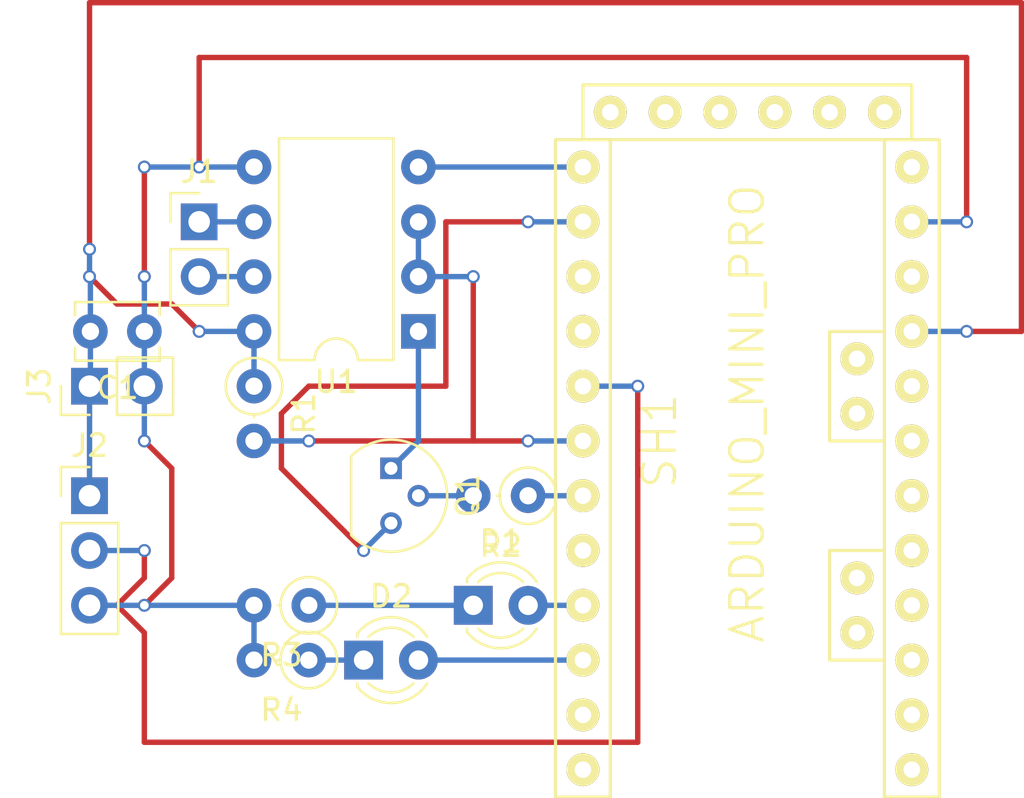
<source format=kicad_pcb>
(kicad_pcb (version 4) (host pcbnew 4.0.7)

  (general
    (links 26)
    (no_connects 0)
    (area 0 0 0 0)
    (thickness 1.6)
    (drawings 0)
    (tracks 83)
    (zones 0)
    (modules 13)
    (nets 16)
  )

  (page A4)
  (layers
    (0 F.Cu signal)
    (31 B.Cu signal)
    (32 B.Adhes user)
    (33 F.Adhes user)
    (34 B.Paste user)
    (35 F.Paste user)
    (36 B.SilkS user)
    (37 F.SilkS user)
    (38 B.Mask user)
    (39 F.Mask user)
    (40 Dwgs.User user)
    (41 Cmts.User user)
    (42 Eco1.User user)
    (43 Eco2.User user)
    (44 Edge.Cuts user)
    (45 Margin user)
    (46 B.CrtYd user)
    (47 F.CrtYd user)
    (48 B.Fab user)
    (49 F.Fab user)
  )

  (setup
    (last_trace_width 0.25)
    (trace_clearance 0.2)
    (zone_clearance 0.508)
    (zone_45_only no)
    (trace_min 0.2)
    (segment_width 0.2)
    (edge_width 0.15)
    (via_size 0.6)
    (via_drill 0.4)
    (via_min_size 0.4)
    (via_min_drill 0.3)
    (uvia_size 0.3)
    (uvia_drill 0.1)
    (uvias_allowed no)
    (uvia_min_size 0.2)
    (uvia_min_drill 0.1)
    (pcb_text_width 0.3)
    (pcb_text_size 1.5 1.5)
    (mod_edge_width 0.15)
    (mod_text_size 1 1)
    (mod_text_width 0.15)
    (pad_size 1.524 1.524)
    (pad_drill 0.762)
    (pad_to_mask_clearance 0.2)
    (aux_axis_origin 0 0)
    (visible_elements 7FFFFFFF)
    (pcbplotparams
      (layerselection 0x00030_80000001)
      (usegerberextensions false)
      (excludeedgelayer true)
      (linewidth 0.100000)
      (plotframeref false)
      (viasonmask false)
      (mode 1)
      (useauxorigin false)
      (hpglpennumber 1)
      (hpglpenspeed 20)
      (hpglpendiameter 15)
      (hpglpenoverlay 2)
      (psnegative false)
      (psa4output false)
      (plotreference true)
      (plotvalue true)
      (plotinvisibletext false)
      (padsonsilk false)
      (subtractmaskfromsilk false)
      (outputformat 1)
      (mirror false)
      (drillshape 1)
      (scaleselection 1)
      (outputdirectory ""))
  )

  (net 0 "")
  (net 1 GND)
  (net 2 +5V)
  (net 3 "Net-(D1-Pad1)")
  (net 4 "Net-(D1-Pad2)")
  (net 5 "Net-(D2-Pad1)")
  (net 6 "Net-(D2-Pad2)")
  (net 7 "Net-(J1-Pad1)")
  (net 8 "Net-(J1-Pad2)")
  (net 9 /RFData)
  (net 10 "Net-(Q1-Pad2)")
  (net 11 /ArduinoRX)
  (net 12 "Net-(R1-Pad2)")
  (net 13 "Net-(SH1-PadTX/2)")
  (net 14 "Net-(Q1-Pad1)")
  (net 15 "Net-(R2-Pad1)")

  (net_class Default "This is the default net class."
    (clearance 0.2)
    (trace_width 0.25)
    (via_dia 0.6)
    (via_drill 0.4)
    (uvia_dia 0.3)
    (uvia_drill 0.1)
    (add_net +5V)
    (add_net /ArduinoRX)
    (add_net /RFData)
    (add_net GND)
    (add_net "Net-(D1-Pad1)")
    (add_net "Net-(D1-Pad2)")
    (add_net "Net-(D2-Pad1)")
    (add_net "Net-(D2-Pad2)")
    (add_net "Net-(J1-Pad1)")
    (add_net "Net-(J1-Pad2)")
    (add_net "Net-(Q1-Pad1)")
    (add_net "Net-(Q1-Pad2)")
    (add_net "Net-(R1-Pad2)")
    (add_net "Net-(R2-Pad1)")
    (add_net "Net-(SH1-PadTX/2)")
  )

  (module Capacitors_THT:C_Disc_D3.8mm_W2.6mm_P2.50mm (layer F.Cu) (tedit 597BC7C2) (tstamp 59F9A5F6)
    (at 147.32 78.74 180)
    (descr "C, Disc series, Radial, pin pitch=2.50mm, , diameter*width=3.8*2.6mm^2, Capacitor, http://www.vishay.com/docs/45233/krseries.pdf")
    (tags "C Disc series Radial pin pitch 2.50mm  diameter 3.8mm width 2.6mm Capacitor")
    (path /59F99E78)
    (fp_text reference C1 (at 1.25 -2.61 180) (layer F.SilkS)
      (effects (font (size 1 1) (thickness 0.15)))
    )
    (fp_text value 0.1uF (at 1.25 2.61 180) (layer F.Fab)
      (effects (font (size 1 1) (thickness 0.15)))
    )
    (fp_line (start -0.65 -1.3) (end -0.65 1.3) (layer F.Fab) (width 0.1))
    (fp_line (start -0.65 1.3) (end 3.15 1.3) (layer F.Fab) (width 0.1))
    (fp_line (start 3.15 1.3) (end 3.15 -1.3) (layer F.Fab) (width 0.1))
    (fp_line (start 3.15 -1.3) (end -0.65 -1.3) (layer F.Fab) (width 0.1))
    (fp_line (start -0.71 -1.36) (end 3.21 -1.36) (layer F.SilkS) (width 0.12))
    (fp_line (start -0.71 1.36) (end 3.21 1.36) (layer F.SilkS) (width 0.12))
    (fp_line (start -0.71 -1.36) (end -0.71 -0.75) (layer F.SilkS) (width 0.12))
    (fp_line (start -0.71 0.75) (end -0.71 1.36) (layer F.SilkS) (width 0.12))
    (fp_line (start 3.21 -1.36) (end 3.21 -0.75) (layer F.SilkS) (width 0.12))
    (fp_line (start 3.21 0.75) (end 3.21 1.36) (layer F.SilkS) (width 0.12))
    (fp_line (start -1.05 -1.65) (end -1.05 1.65) (layer F.CrtYd) (width 0.05))
    (fp_line (start -1.05 1.65) (end 3.55 1.65) (layer F.CrtYd) (width 0.05))
    (fp_line (start 3.55 1.65) (end 3.55 -1.65) (layer F.CrtYd) (width 0.05))
    (fp_line (start 3.55 -1.65) (end -1.05 -1.65) (layer F.CrtYd) (width 0.05))
    (fp_text user %R (at 1.25 0 180) (layer F.Fab)
      (effects (font (size 1 1) (thickness 0.15)))
    )
    (pad 1 thru_hole circle (at 0 0 180) (size 1.6 1.6) (drill 0.8) (layers *.Cu *.Mask)
      (net 1 GND))
    (pad 2 thru_hole circle (at 2.5 0 180) (size 1.6 1.6) (drill 0.8) (layers *.Cu *.Mask)
      (net 2 +5V))
    (model ${KISYS3DMOD}/Capacitors_THT.3dshapes/C_Disc_D3.8mm_W2.6mm_P2.50mm.wrl
      (at (xyz 0 0 0))
      (scale (xyz 1 1 1))
      (rotate (xyz 0 0 0))
    )
  )

  (module LEDs:LED_D3.0mm (layer F.Cu) (tedit 587A3A7B) (tstamp 59F9A5FC)
    (at 162.56 91.44)
    (descr "LED, diameter 3.0mm, 2 pins")
    (tags "LED diameter 3.0mm 2 pins")
    (path /59F9A323)
    (fp_text reference D1 (at 1.27 -2.96) (layer F.SilkS)
      (effects (font (size 1 1) (thickness 0.15)))
    )
    (fp_text value LED (at 1.27 2.96) (layer F.Fab)
      (effects (font (size 1 1) (thickness 0.15)))
    )
    (fp_arc (start 1.27 0) (end -0.23 -1.16619) (angle 284.3) (layer F.Fab) (width 0.1))
    (fp_arc (start 1.27 0) (end -0.29 -1.235516) (angle 108.8) (layer F.SilkS) (width 0.12))
    (fp_arc (start 1.27 0) (end -0.29 1.235516) (angle -108.8) (layer F.SilkS) (width 0.12))
    (fp_arc (start 1.27 0) (end 0.229039 -1.08) (angle 87.9) (layer F.SilkS) (width 0.12))
    (fp_arc (start 1.27 0) (end 0.229039 1.08) (angle -87.9) (layer F.SilkS) (width 0.12))
    (fp_circle (center 1.27 0) (end 2.77 0) (layer F.Fab) (width 0.1))
    (fp_line (start -0.23 -1.16619) (end -0.23 1.16619) (layer F.Fab) (width 0.1))
    (fp_line (start -0.29 -1.236) (end -0.29 -1.08) (layer F.SilkS) (width 0.12))
    (fp_line (start -0.29 1.08) (end -0.29 1.236) (layer F.SilkS) (width 0.12))
    (fp_line (start -1.15 -2.25) (end -1.15 2.25) (layer F.CrtYd) (width 0.05))
    (fp_line (start -1.15 2.25) (end 3.7 2.25) (layer F.CrtYd) (width 0.05))
    (fp_line (start 3.7 2.25) (end 3.7 -2.25) (layer F.CrtYd) (width 0.05))
    (fp_line (start 3.7 -2.25) (end -1.15 -2.25) (layer F.CrtYd) (width 0.05))
    (pad 1 thru_hole rect (at 0 0) (size 1.8 1.8) (drill 0.9) (layers *.Cu *.Mask)
      (net 3 "Net-(D1-Pad1)"))
    (pad 2 thru_hole circle (at 2.54 0) (size 1.8 1.8) (drill 0.9) (layers *.Cu *.Mask)
      (net 4 "Net-(D1-Pad2)"))
    (model ${KISYS3DMOD}/LEDs.3dshapes/LED_D3.0mm.wrl
      (at (xyz 0 0 0))
      (scale (xyz 0.393701 0.393701 0.393701))
      (rotate (xyz 0 0 0))
    )
  )

  (module LEDs:LED_D3.0mm (layer F.Cu) (tedit 587A3A7B) (tstamp 59F9A602)
    (at 157.48 93.98)
    (descr "LED, diameter 3.0mm, 2 pins")
    (tags "LED diameter 3.0mm 2 pins")
    (path /59F9A62A)
    (fp_text reference D2 (at 1.27 -2.96) (layer F.SilkS)
      (effects (font (size 1 1) (thickness 0.15)))
    )
    (fp_text value LED (at 1.27 2.96) (layer F.Fab)
      (effects (font (size 1 1) (thickness 0.15)))
    )
    (fp_arc (start 1.27 0) (end -0.23 -1.16619) (angle 284.3) (layer F.Fab) (width 0.1))
    (fp_arc (start 1.27 0) (end -0.29 -1.235516) (angle 108.8) (layer F.SilkS) (width 0.12))
    (fp_arc (start 1.27 0) (end -0.29 1.235516) (angle -108.8) (layer F.SilkS) (width 0.12))
    (fp_arc (start 1.27 0) (end 0.229039 -1.08) (angle 87.9) (layer F.SilkS) (width 0.12))
    (fp_arc (start 1.27 0) (end 0.229039 1.08) (angle -87.9) (layer F.SilkS) (width 0.12))
    (fp_circle (center 1.27 0) (end 2.77 0) (layer F.Fab) (width 0.1))
    (fp_line (start -0.23 -1.16619) (end -0.23 1.16619) (layer F.Fab) (width 0.1))
    (fp_line (start -0.29 -1.236) (end -0.29 -1.08) (layer F.SilkS) (width 0.12))
    (fp_line (start -0.29 1.08) (end -0.29 1.236) (layer F.SilkS) (width 0.12))
    (fp_line (start -1.15 -2.25) (end -1.15 2.25) (layer F.CrtYd) (width 0.05))
    (fp_line (start -1.15 2.25) (end 3.7 2.25) (layer F.CrtYd) (width 0.05))
    (fp_line (start 3.7 2.25) (end 3.7 -2.25) (layer F.CrtYd) (width 0.05))
    (fp_line (start 3.7 -2.25) (end -1.15 -2.25) (layer F.CrtYd) (width 0.05))
    (pad 1 thru_hole rect (at 0 0) (size 1.8 1.8) (drill 0.9) (layers *.Cu *.Mask)
      (net 5 "Net-(D2-Pad1)"))
    (pad 2 thru_hole circle (at 2.54 0) (size 1.8 1.8) (drill 0.9) (layers *.Cu *.Mask)
      (net 6 "Net-(D2-Pad2)"))
    (model ${KISYS3DMOD}/LEDs.3dshapes/LED_D3.0mm.wrl
      (at (xyz 0 0 0))
      (scale (xyz 0.393701 0.393701 0.393701))
      (rotate (xyz 0 0 0))
    )
  )

  (module Pin_Headers:Pin_Header_Straight_1x02_Pitch2.54mm (layer F.Cu) (tedit 59650532) (tstamp 59F9A608)
    (at 149.86 73.66)
    (descr "Through hole straight pin header, 1x02, 2.54mm pitch, single row")
    (tags "Through hole pin header THT 1x02 2.54mm single row")
    (path /59F99F6A)
    (fp_text reference J1 (at 0 -2.33) (layer F.SilkS)
      (effects (font (size 1 1) (thickness 0.15)))
    )
    (fp_text value MAX485AB (at 0 4.87) (layer F.Fab)
      (effects (font (size 1 1) (thickness 0.15)))
    )
    (fp_line (start -0.635 -1.27) (end 1.27 -1.27) (layer F.Fab) (width 0.1))
    (fp_line (start 1.27 -1.27) (end 1.27 3.81) (layer F.Fab) (width 0.1))
    (fp_line (start 1.27 3.81) (end -1.27 3.81) (layer F.Fab) (width 0.1))
    (fp_line (start -1.27 3.81) (end -1.27 -0.635) (layer F.Fab) (width 0.1))
    (fp_line (start -1.27 -0.635) (end -0.635 -1.27) (layer F.Fab) (width 0.1))
    (fp_line (start -1.33 3.87) (end 1.33 3.87) (layer F.SilkS) (width 0.12))
    (fp_line (start -1.33 1.27) (end -1.33 3.87) (layer F.SilkS) (width 0.12))
    (fp_line (start 1.33 1.27) (end 1.33 3.87) (layer F.SilkS) (width 0.12))
    (fp_line (start -1.33 1.27) (end 1.33 1.27) (layer F.SilkS) (width 0.12))
    (fp_line (start -1.33 0) (end -1.33 -1.33) (layer F.SilkS) (width 0.12))
    (fp_line (start -1.33 -1.33) (end 0 -1.33) (layer F.SilkS) (width 0.12))
    (fp_line (start -1.8 -1.8) (end -1.8 4.35) (layer F.CrtYd) (width 0.05))
    (fp_line (start -1.8 4.35) (end 1.8 4.35) (layer F.CrtYd) (width 0.05))
    (fp_line (start 1.8 4.35) (end 1.8 -1.8) (layer F.CrtYd) (width 0.05))
    (fp_line (start 1.8 -1.8) (end -1.8 -1.8) (layer F.CrtYd) (width 0.05))
    (fp_text user %R (at 0 1.27 90) (layer F.Fab)
      (effects (font (size 1 1) (thickness 0.15)))
    )
    (pad 1 thru_hole rect (at 0 0) (size 1.7 1.7) (drill 1) (layers *.Cu *.Mask)
      (net 7 "Net-(J1-Pad1)"))
    (pad 2 thru_hole oval (at 0 2.54) (size 1.7 1.7) (drill 1) (layers *.Cu *.Mask)
      (net 8 "Net-(J1-Pad2)"))
    (model ${KISYS3DMOD}/Pin_Headers.3dshapes/Pin_Header_Straight_1x02_Pitch2.54mm.wrl
      (at (xyz 0 0 0))
      (scale (xyz 1 1 1))
      (rotate (xyz 0 0 0))
    )
  )

  (module Pin_Headers:Pin_Header_Straight_1x03_Pitch2.54mm (layer F.Cu) (tedit 59650532) (tstamp 59F9A60F)
    (at 144.78 86.36)
    (descr "Through hole straight pin header, 1x03, 2.54mm pitch, single row")
    (tags "Through hole pin header THT 1x03 2.54mm single row")
    (path /59F9A7AA)
    (fp_text reference J2 (at 0 -2.33) (layer F.SilkS)
      (effects (font (size 1 1) (thickness 0.15)))
    )
    (fp_text value "RF module" (at 0 7.41) (layer F.Fab)
      (effects (font (size 1 1) (thickness 0.15)))
    )
    (fp_line (start -0.635 -1.27) (end 1.27 -1.27) (layer F.Fab) (width 0.1))
    (fp_line (start 1.27 -1.27) (end 1.27 6.35) (layer F.Fab) (width 0.1))
    (fp_line (start 1.27 6.35) (end -1.27 6.35) (layer F.Fab) (width 0.1))
    (fp_line (start -1.27 6.35) (end -1.27 -0.635) (layer F.Fab) (width 0.1))
    (fp_line (start -1.27 -0.635) (end -0.635 -1.27) (layer F.Fab) (width 0.1))
    (fp_line (start -1.33 6.41) (end 1.33 6.41) (layer F.SilkS) (width 0.12))
    (fp_line (start -1.33 1.27) (end -1.33 6.41) (layer F.SilkS) (width 0.12))
    (fp_line (start 1.33 1.27) (end 1.33 6.41) (layer F.SilkS) (width 0.12))
    (fp_line (start -1.33 1.27) (end 1.33 1.27) (layer F.SilkS) (width 0.12))
    (fp_line (start -1.33 0) (end -1.33 -1.33) (layer F.SilkS) (width 0.12))
    (fp_line (start -1.33 -1.33) (end 0 -1.33) (layer F.SilkS) (width 0.12))
    (fp_line (start -1.8 -1.8) (end -1.8 6.85) (layer F.CrtYd) (width 0.05))
    (fp_line (start -1.8 6.85) (end 1.8 6.85) (layer F.CrtYd) (width 0.05))
    (fp_line (start 1.8 6.85) (end 1.8 -1.8) (layer F.CrtYd) (width 0.05))
    (fp_line (start 1.8 -1.8) (end -1.8 -1.8) (layer F.CrtYd) (width 0.05))
    (fp_text user %R (at 0 2.54 90) (layer F.Fab)
      (effects (font (size 1 1) (thickness 0.15)))
    )
    (pad 1 thru_hole rect (at 0 0) (size 1.7 1.7) (drill 1) (layers *.Cu *.Mask)
      (net 2 +5V))
    (pad 2 thru_hole oval (at 0 2.54) (size 1.7 1.7) (drill 1) (layers *.Cu *.Mask)
      (net 9 /RFData))
    (pad 3 thru_hole oval (at 0 5.08) (size 1.7 1.7) (drill 1) (layers *.Cu *.Mask)
      (net 1 GND))
    (model ${KISYS3DMOD}/Pin_Headers.3dshapes/Pin_Header_Straight_1x03_Pitch2.54mm.wrl
      (at (xyz 0 0 0))
      (scale (xyz 1 1 1))
      (rotate (xyz 0 0 0))
    )
  )

  (module TO_SOT_Packages_THT:TO-92_Molded_Narrow (layer F.Cu) (tedit 58CE52AF) (tstamp 59F9A616)
    (at 158.75 85.09 270)
    (descr "TO-92 leads molded, narrow, drill 0.6mm (see NXP sot054_po.pdf)")
    (tags "to-92 sc-43 sc-43a sot54 PA33 transistor")
    (path /59F99974)
    (fp_text reference Q1 (at 1.27 -3.56 270) (layer F.SilkS)
      (effects (font (size 1 1) (thickness 0.15)))
    )
    (fp_text value BC547 (at 1.27 2.79 270) (layer F.Fab)
      (effects (font (size 1 1) (thickness 0.15)))
    )
    (fp_text user %R (at 1.27 -3.56 270) (layer F.Fab)
      (effects (font (size 1 1) (thickness 0.15)))
    )
    (fp_line (start -0.53 1.85) (end 3.07 1.85) (layer F.SilkS) (width 0.12))
    (fp_line (start -0.5 1.75) (end 3 1.75) (layer F.Fab) (width 0.1))
    (fp_line (start -1.46 -2.73) (end 4 -2.73) (layer F.CrtYd) (width 0.05))
    (fp_line (start -1.46 -2.73) (end -1.46 2.01) (layer F.CrtYd) (width 0.05))
    (fp_line (start 4 2.01) (end 4 -2.73) (layer F.CrtYd) (width 0.05))
    (fp_line (start 4 2.01) (end -1.46 2.01) (layer F.CrtYd) (width 0.05))
    (fp_arc (start 1.27 0) (end 1.27 -2.48) (angle 135) (layer F.Fab) (width 0.1))
    (fp_arc (start 1.27 0) (end 1.27 -2.6) (angle -135) (layer F.SilkS) (width 0.12))
    (fp_arc (start 1.27 0) (end 1.27 -2.48) (angle -135) (layer F.Fab) (width 0.1))
    (fp_arc (start 1.27 0) (end 1.27 -2.6) (angle 135) (layer F.SilkS) (width 0.12))
    (pad 2 thru_hole circle (at 1.27 -1.27) (size 1 1) (drill 0.6) (layers *.Cu *.Mask)
      (net 10 "Net-(Q1-Pad2)"))
    (pad 3 thru_hole circle (at 2.54 0) (size 1 1) (drill 0.6) (layers *.Cu *.Mask)
      (net 11 /ArduinoRX))
    (pad 1 thru_hole rect (at 0 0) (size 1 1) (drill 0.6) (layers *.Cu *.Mask)
      (net 14 "Net-(Q1-Pad1)"))
    (model ${KISYS3DMOD}/TO_SOT_Packages_THT.3dshapes/TO-92_Molded_Narrow.wrl
      (at (xyz 0.05 0 0))
      (scale (xyz 1 1 1))
      (rotate (xyz 0 0 -90))
    )
  )

  (module Resistors_THT:R_Axial_DIN0207_L6.3mm_D2.5mm_P2.54mm_Vertical (layer F.Cu) (tedit 5874F706) (tstamp 59F9A61C)
    (at 152.4 81.28 270)
    (descr "Resistor, Axial_DIN0207 series, Axial, Vertical, pin pitch=2.54mm, 0.25W = 1/4W, length*diameter=6.3*2.5mm^2, http://cdn-reichelt.de/documents/datenblatt/B400/1_4W%23YAG.pdf")
    (tags "Resistor Axial_DIN0207 series Axial Vertical pin pitch 2.54mm 0.25W = 1/4W length 6.3mm diameter 2.5mm")
    (path /59F9A078)
    (fp_text reference R1 (at 1.27 -2.31 270) (layer F.SilkS)
      (effects (font (size 1 1) (thickness 0.15)))
    )
    (fp_text value 4.7k (at 1.27 2.31 270) (layer F.Fab)
      (effects (font (size 1 1) (thickness 0.15)))
    )
    (fp_circle (center 0 0) (end 1.25 0) (layer F.Fab) (width 0.1))
    (fp_circle (center 0 0) (end 1.31 0) (layer F.SilkS) (width 0.12))
    (fp_line (start 0 0) (end 2.54 0) (layer F.Fab) (width 0.1))
    (fp_line (start 1.31 0) (end 1.44 0) (layer F.SilkS) (width 0.12))
    (fp_line (start -1.6 -1.6) (end -1.6 1.6) (layer F.CrtYd) (width 0.05))
    (fp_line (start -1.6 1.6) (end 3.65 1.6) (layer F.CrtYd) (width 0.05))
    (fp_line (start 3.65 1.6) (end 3.65 -1.6) (layer F.CrtYd) (width 0.05))
    (fp_line (start 3.65 -1.6) (end -1.6 -1.6) (layer F.CrtYd) (width 0.05))
    (pad 1 thru_hole circle (at 0 0 270) (size 1.6 1.6) (drill 0.8) (layers *.Cu *.Mask)
      (net 2 +5V))
    (pad 2 thru_hole oval (at 2.54 0 270) (size 1.6 1.6) (drill 0.8) (layers *.Cu *.Mask)
      (net 12 "Net-(R1-Pad2)"))
    (model ${KISYS3DMOD}/Resistors_THT.3dshapes/R_Axial_DIN0207_L6.3mm_D2.5mm_P2.54mm_Vertical.wrl
      (at (xyz 0 0 0))
      (scale (xyz 0.393701 0.393701 0.393701))
      (rotate (xyz 0 0 0))
    )
  )

  (module Resistors_THT:R_Axial_DIN0207_L6.3mm_D2.5mm_P2.54mm_Vertical (layer F.Cu) (tedit 5874F706) (tstamp 59F9A622)
    (at 165.1 86.36 180)
    (descr "Resistor, Axial_DIN0207 series, Axial, Vertical, pin pitch=2.54mm, 0.25W = 1/4W, length*diameter=6.3*2.5mm^2, http://cdn-reichelt.de/documents/datenblatt/B400/1_4W%23YAG.pdf")
    (tags "Resistor Axial_DIN0207 series Axial Vertical pin pitch 2.54mm 0.25W = 1/4W length 6.3mm diameter 2.5mm")
    (path /59F994CF)
    (fp_text reference R2 (at 1.27 -2.31 180) (layer F.SilkS)
      (effects (font (size 1 1) (thickness 0.15)))
    )
    (fp_text value 10k (at 1.27 2.31 180) (layer F.Fab)
      (effects (font (size 1 1) (thickness 0.15)))
    )
    (fp_circle (center 0 0) (end 1.25 0) (layer F.Fab) (width 0.1))
    (fp_circle (center 0 0) (end 1.31 0) (layer F.SilkS) (width 0.12))
    (fp_line (start 0 0) (end 2.54 0) (layer F.Fab) (width 0.1))
    (fp_line (start 1.31 0) (end 1.44 0) (layer F.SilkS) (width 0.12))
    (fp_line (start -1.6 -1.6) (end -1.6 1.6) (layer F.CrtYd) (width 0.05))
    (fp_line (start -1.6 1.6) (end 3.65 1.6) (layer F.CrtYd) (width 0.05))
    (fp_line (start 3.65 1.6) (end 3.65 -1.6) (layer F.CrtYd) (width 0.05))
    (fp_line (start 3.65 -1.6) (end -1.6 -1.6) (layer F.CrtYd) (width 0.05))
    (pad 1 thru_hole circle (at 0 0 180) (size 1.6 1.6) (drill 0.8) (layers *.Cu *.Mask)
      (net 15 "Net-(R2-Pad1)"))
    (pad 2 thru_hole oval (at 2.54 0 180) (size 1.6 1.6) (drill 0.8) (layers *.Cu *.Mask)
      (net 10 "Net-(Q1-Pad2)"))
    (model ${KISYS3DMOD}/Resistors_THT.3dshapes/R_Axial_DIN0207_L6.3mm_D2.5mm_P2.54mm_Vertical.wrl
      (at (xyz 0 0 0))
      (scale (xyz 0.393701 0.393701 0.393701))
      (rotate (xyz 0 0 0))
    )
  )

  (module Resistors_THT:R_Axial_DIN0207_L6.3mm_D2.5mm_P2.54mm_Vertical (layer F.Cu) (tedit 5874F706) (tstamp 59F9A628)
    (at 154.94 91.44 180)
    (descr "Resistor, Axial_DIN0207 series, Axial, Vertical, pin pitch=2.54mm, 0.25W = 1/4W, length*diameter=6.3*2.5mm^2, http://cdn-reichelt.de/documents/datenblatt/B400/1_4W%23YAG.pdf")
    (tags "Resistor Axial_DIN0207 series Axial Vertical pin pitch 2.54mm 0.25W = 1/4W length 6.3mm diameter 2.5mm")
    (path /59F9A3E0)
    (fp_text reference R3 (at 1.27 -2.31 180) (layer F.SilkS)
      (effects (font (size 1 1) (thickness 0.15)))
    )
    (fp_text value 330 (at 1.27 2.31 180) (layer F.Fab)
      (effects (font (size 1 1) (thickness 0.15)))
    )
    (fp_circle (center 0 0) (end 1.25 0) (layer F.Fab) (width 0.1))
    (fp_circle (center 0 0) (end 1.31 0) (layer F.SilkS) (width 0.12))
    (fp_line (start 0 0) (end 2.54 0) (layer F.Fab) (width 0.1))
    (fp_line (start 1.31 0) (end 1.44 0) (layer F.SilkS) (width 0.12))
    (fp_line (start -1.6 -1.6) (end -1.6 1.6) (layer F.CrtYd) (width 0.05))
    (fp_line (start -1.6 1.6) (end 3.65 1.6) (layer F.CrtYd) (width 0.05))
    (fp_line (start 3.65 1.6) (end 3.65 -1.6) (layer F.CrtYd) (width 0.05))
    (fp_line (start 3.65 -1.6) (end -1.6 -1.6) (layer F.CrtYd) (width 0.05))
    (pad 1 thru_hole circle (at 0 0 180) (size 1.6 1.6) (drill 0.8) (layers *.Cu *.Mask)
      (net 3 "Net-(D1-Pad1)"))
    (pad 2 thru_hole oval (at 2.54 0 180) (size 1.6 1.6) (drill 0.8) (layers *.Cu *.Mask)
      (net 1 GND))
    (model ${KISYS3DMOD}/Resistors_THT.3dshapes/R_Axial_DIN0207_L6.3mm_D2.5mm_P2.54mm_Vertical.wrl
      (at (xyz 0 0 0))
      (scale (xyz 0.393701 0.393701 0.393701))
      (rotate (xyz 0 0 0))
    )
  )

  (module Resistors_THT:R_Axial_DIN0207_L6.3mm_D2.5mm_P2.54mm_Vertical (layer F.Cu) (tedit 5874F706) (tstamp 59F9A62E)
    (at 154.94 93.98 180)
    (descr "Resistor, Axial_DIN0207 series, Axial, Vertical, pin pitch=2.54mm, 0.25W = 1/4W, length*diameter=6.3*2.5mm^2, http://cdn-reichelt.de/documents/datenblatt/B400/1_4W%23YAG.pdf")
    (tags "Resistor Axial_DIN0207 series Axial Vertical pin pitch 2.54mm 0.25W = 1/4W length 6.3mm diameter 2.5mm")
    (path /59F9A630)
    (fp_text reference R4 (at 1.27 -2.31 180) (layer F.SilkS)
      (effects (font (size 1 1) (thickness 0.15)))
    )
    (fp_text value 330 (at 1.27 2.31 180) (layer F.Fab)
      (effects (font (size 1 1) (thickness 0.15)))
    )
    (fp_circle (center 0 0) (end 1.25 0) (layer F.Fab) (width 0.1))
    (fp_circle (center 0 0) (end 1.31 0) (layer F.SilkS) (width 0.12))
    (fp_line (start 0 0) (end 2.54 0) (layer F.Fab) (width 0.1))
    (fp_line (start 1.31 0) (end 1.44 0) (layer F.SilkS) (width 0.12))
    (fp_line (start -1.6 -1.6) (end -1.6 1.6) (layer F.CrtYd) (width 0.05))
    (fp_line (start -1.6 1.6) (end 3.65 1.6) (layer F.CrtYd) (width 0.05))
    (fp_line (start 3.65 1.6) (end 3.65 -1.6) (layer F.CrtYd) (width 0.05))
    (fp_line (start 3.65 -1.6) (end -1.6 -1.6) (layer F.CrtYd) (width 0.05))
    (pad 1 thru_hole circle (at 0 0 180) (size 1.6 1.6) (drill 0.8) (layers *.Cu *.Mask)
      (net 5 "Net-(D2-Pad1)"))
    (pad 2 thru_hole oval (at 2.54 0 180) (size 1.6 1.6) (drill 0.8) (layers *.Cu *.Mask)
      (net 1 GND))
    (model ${KISYS3DMOD}/Resistors_THT.3dshapes/R_Axial_DIN0207_L6.3mm_D2.5mm_P2.54mm_Vertical.wrl
      (at (xyz 0 0 0))
      (scale (xyz 0.393701 0.393701 0.393701))
      (rotate (xyz 0 0 0))
    )
  )

  (module SHIELD_ARDUINO:ARDUINO_MINI_PRO_V10 (layer F.Cu) (tedit 547AEBB5) (tstamp 59F9A654)
    (at 175.26 83.82)
    (path /59F9938B)
    (fp_text reference SH1 (at -4.064 0 90) (layer F.SilkS)
      (effects (font (size 1.5 1.5) (thickness 0.15)))
    )
    (fp_text value ARDUINO_MINI_PRO (at 0 -1.27 90) (layer F.SilkS)
      (effects (font (size 1.5 1.5) (thickness 0.15)))
    )
    (fp_line (start 6.35 5.08) (end 3.81 5.08) (layer F.SilkS) (width 0.15))
    (fp_line (start 3.81 5.08) (end 3.81 10.16) (layer F.SilkS) (width 0.15))
    (fp_line (start 3.81 10.16) (end 6.35 10.16) (layer F.SilkS) (width 0.15))
    (fp_line (start 6.35 -5.08) (end 3.81 -5.08) (layer F.SilkS) (width 0.15))
    (fp_line (start 3.81 -5.08) (end 3.81 0) (layer F.SilkS) (width 0.15))
    (fp_line (start 3.81 0) (end 6.35 0) (layer F.SilkS) (width 0.15))
    (fp_line (start 8.89 -13.97) (end 6.35 -13.97) (layer F.SilkS) (width 0.15))
    (fp_line (start -6.35 -13.97) (end -6.35 16.51) (layer F.SilkS) (width 0.15))
    (fp_line (start -6.35 16.51) (end -8.89 16.51) (layer F.SilkS) (width 0.15))
    (fp_line (start -8.89 16.51) (end -8.89 -13.97) (layer F.SilkS) (width 0.15))
    (fp_line (start -8.89 -13.97) (end -6.35 -13.97) (layer F.SilkS) (width 0.15))
    (fp_line (start 6.35 -13.97) (end 6.35 16.51) (layer F.SilkS) (width 0.15))
    (fp_line (start 6.35 16.51) (end 8.89 16.51) (layer F.SilkS) (width 0.15))
    (fp_line (start 8.89 16.51) (end 8.89 -13.97) (layer F.SilkS) (width 0.15))
    (fp_line (start -7.62 -16.51) (end 7.62 -16.51) (layer F.SilkS) (width 0.15))
    (fp_line (start 7.62 -16.51) (end 7.62 -13.97) (layer F.SilkS) (width 0.15))
    (fp_line (start 7.62 -13.97) (end -7.62 -13.97) (layer F.SilkS) (width 0.15))
    (fp_line (start -7.62 -13.97) (end -7.62 -16.51) (layer F.SilkS) (width 0.15))
    (pad GRN thru_hole circle (at -6.35 -15.24) (size 1.524 1.524) (drill 0.762) (layers *.Cu *.Mask F.SilkS))
    (pad TX/1 thru_hole circle (at -3.81 -15.24) (size 1.524 1.524) (drill 0.762) (layers *.Cu *.Mask F.SilkS))
    (pad RX/1 thru_hole circle (at -1.27 -15.24) (size 1.524 1.524) (drill 0.762) (layers *.Cu *.Mask F.SilkS))
    (pad VCC1 thru_hole circle (at 1.27 -15.24) (size 1.524 1.524) (drill 0.762) (layers *.Cu *.Mask F.SilkS))
    (pad GND1 thru_hole circle (at 3.81 -15.24) (size 1.524 1.524) (drill 0.762) (layers *.Cu *.Mask F.SilkS))
    (pad BLK thru_hole circle (at 6.35 -15.24) (size 1.524 1.524) (drill 0.762) (layers *.Cu *.Mask F.SilkS))
    (pad TX/2 thru_hole circle (at -7.62 -12.7) (size 1.524 1.524) (drill 0.762) (layers *.Cu *.Mask F.SilkS)
      (net 13 "Net-(SH1-PadTX/2)"))
    (pad RX/2 thru_hole circle (at -7.62 -10.16) (size 1.524 1.524) (drill 0.762) (layers *.Cu *.Mask F.SilkS)
      (net 11 /ArduinoRX))
    (pad RST1 thru_hole circle (at -7.62 -7.62) (size 1.524 1.524) (drill 0.762) (layers *.Cu *.Mask F.SilkS))
    (pad GND2 thru_hole circle (at -7.62 -5.08) (size 1.524 1.524) (drill 0.762) (layers *.Cu *.Mask F.SilkS))
    (pad 2 thru_hole circle (at -7.62 -2.54) (size 1.524 1.524) (drill 0.762) (layers *.Cu *.Mask F.SilkS)
      (net 9 /RFData))
    (pad 3 thru_hole circle (at -7.62 0) (size 1.524 1.524) (drill 0.762) (layers *.Cu *.Mask F.SilkS)
      (net 12 "Net-(R1-Pad2)"))
    (pad 4 thru_hole circle (at -7.62 2.54) (size 1.524 1.524) (drill 0.762) (layers *.Cu *.Mask F.SilkS)
      (net 15 "Net-(R2-Pad1)"))
    (pad 5 thru_hole circle (at -7.62 5.08) (size 1.524 1.524) (drill 0.762) (layers *.Cu *.Mask F.SilkS))
    (pad 6 thru_hole circle (at -7.62 7.62) (size 1.524 1.524) (drill 0.762) (layers *.Cu *.Mask F.SilkS)
      (net 4 "Net-(D1-Pad2)"))
    (pad 7 thru_hole circle (at -7.62 10.16) (size 1.524 1.524) (drill 0.762) (layers *.Cu *.Mask F.SilkS)
      (net 6 "Net-(D2-Pad2)"))
    (pad 8 thru_hole circle (at -7.62 12.7) (size 1.524 1.524) (drill 0.762) (layers *.Cu *.Mask F.SilkS))
    (pad 9 thru_hole circle (at -7.62 15.24) (size 1.524 1.524) (drill 0.762) (layers *.Cu *.Mask F.SilkS))
    (pad RAW thru_hole circle (at 7.62 -12.7) (size 1.524 1.524) (drill 0.762) (layers *.Cu *.Mask F.SilkS))
    (pad GND3 thru_hole circle (at 7.62 -10.16) (size 1.524 1.524) (drill 0.762) (layers *.Cu *.Mask F.SilkS)
      (net 1 GND))
    (pad RST2 thru_hole circle (at 7.62 -7.62) (size 1.524 1.524) (drill 0.762) (layers *.Cu *.Mask F.SilkS))
    (pad VCC2 thru_hole circle (at 7.62 -5.08) (size 1.524 1.524) (drill 0.762) (layers *.Cu *.Mask F.SilkS)
      (net 2 +5V))
    (pad A0 thru_hole circle (at 7.62 5.08) (size 1.524 1.524) (drill 0.762) (layers *.Cu *.Mask F.SilkS))
    (pad A1 thru_hole circle (at 7.62 2.54) (size 1.524 1.524) (drill 0.762) (layers *.Cu *.Mask F.SilkS))
    (pad A2 thru_hole circle (at 7.62 0) (size 1.524 1.524) (drill 0.762) (layers *.Cu *.Mask F.SilkS))
    (pad A3 thru_hole circle (at 7.62 -2.54) (size 1.524 1.524) (drill 0.762) (layers *.Cu *.Mask F.SilkS))
    (pad 10 thru_hole circle (at 7.62 15.24) (size 1.524 1.524) (drill 0.762) (layers *.Cu *.Mask F.SilkS))
    (pad 11 thru_hole circle (at 7.62 12.7) (size 1.524 1.524) (drill 0.762) (layers *.Cu *.Mask F.SilkS))
    (pad 12 thru_hole circle (at 7.62 10.16) (size 1.524 1.524) (drill 0.762) (layers *.Cu *.Mask F.SilkS))
    (pad 13 thru_hole circle (at 7.62 7.62) (size 1.524 1.524) (drill 0.762) (layers *.Cu *.Mask F.SilkS))
    (pad A5 thru_hole circle (at 5.08 -3.81) (size 1.524 1.524) (drill 0.762) (layers *.Cu *.Mask F.SilkS))
    (pad A4 thru_hole circle (at 5.08 -1.27) (size 1.524 1.524) (drill 0.762) (layers *.Cu *.Mask F.SilkS))
    (pad A7 thru_hole circle (at 5.08 6.35) (size 1.524 1.524) (drill 0.762) (layers *.Cu *.Mask F.SilkS))
    (pad A6 thru_hole circle (at 5.08 8.89) (size 1.524 1.524) (drill 0.762) (layers *.Cu *.Mask F.SilkS))
  )

  (module Housings_DIP:DIP-8_W7.62mm (layer F.Cu) (tedit 59C78D6B) (tstamp 59F9A660)
    (at 160.02 78.74 180)
    (descr "8-lead though-hole mounted DIP package, row spacing 7.62 mm (300 mils)")
    (tags "THT DIP DIL PDIP 2.54mm 7.62mm 300mil")
    (path /59F99D1E)
    (fp_text reference U1 (at 3.81 -2.33 180) (layer F.SilkS)
      (effects (font (size 1 1) (thickness 0.15)))
    )
    (fp_text value MAX485E (at 3.81 9.95 180) (layer F.Fab)
      (effects (font (size 1 1) (thickness 0.15)))
    )
    (fp_arc (start 3.81 -1.33) (end 2.81 -1.33) (angle -180) (layer F.SilkS) (width 0.12))
    (fp_line (start 1.635 -1.27) (end 6.985 -1.27) (layer F.Fab) (width 0.1))
    (fp_line (start 6.985 -1.27) (end 6.985 8.89) (layer F.Fab) (width 0.1))
    (fp_line (start 6.985 8.89) (end 0.635 8.89) (layer F.Fab) (width 0.1))
    (fp_line (start 0.635 8.89) (end 0.635 -0.27) (layer F.Fab) (width 0.1))
    (fp_line (start 0.635 -0.27) (end 1.635 -1.27) (layer F.Fab) (width 0.1))
    (fp_line (start 2.81 -1.33) (end 1.16 -1.33) (layer F.SilkS) (width 0.12))
    (fp_line (start 1.16 -1.33) (end 1.16 8.95) (layer F.SilkS) (width 0.12))
    (fp_line (start 1.16 8.95) (end 6.46 8.95) (layer F.SilkS) (width 0.12))
    (fp_line (start 6.46 8.95) (end 6.46 -1.33) (layer F.SilkS) (width 0.12))
    (fp_line (start 6.46 -1.33) (end 4.81 -1.33) (layer F.SilkS) (width 0.12))
    (fp_line (start -1.1 -1.55) (end -1.1 9.15) (layer F.CrtYd) (width 0.05))
    (fp_line (start -1.1 9.15) (end 8.7 9.15) (layer F.CrtYd) (width 0.05))
    (fp_line (start 8.7 9.15) (end 8.7 -1.55) (layer F.CrtYd) (width 0.05))
    (fp_line (start 8.7 -1.55) (end -1.1 -1.55) (layer F.CrtYd) (width 0.05))
    (fp_text user %R (at 3.81 3.81 180) (layer F.Fab)
      (effects (font (size 1 1) (thickness 0.15)))
    )
    (pad 1 thru_hole rect (at 0 0 180) (size 1.6 1.6) (drill 0.8) (layers *.Cu *.Mask)
      (net 14 "Net-(Q1-Pad1)"))
    (pad 5 thru_hole oval (at 7.62 7.62 180) (size 1.6 1.6) (drill 0.8) (layers *.Cu *.Mask)
      (net 1 GND))
    (pad 2 thru_hole oval (at 0 2.54 180) (size 1.6 1.6) (drill 0.8) (layers *.Cu *.Mask)
      (net 12 "Net-(R1-Pad2)"))
    (pad 6 thru_hole oval (at 7.62 5.08 180) (size 1.6 1.6) (drill 0.8) (layers *.Cu *.Mask)
      (net 7 "Net-(J1-Pad1)"))
    (pad 3 thru_hole oval (at 0 5.08 180) (size 1.6 1.6) (drill 0.8) (layers *.Cu *.Mask)
      (net 12 "Net-(R1-Pad2)"))
    (pad 7 thru_hole oval (at 7.62 2.54 180) (size 1.6 1.6) (drill 0.8) (layers *.Cu *.Mask)
      (net 8 "Net-(J1-Pad2)"))
    (pad 4 thru_hole oval (at 0 7.62 180) (size 1.6 1.6) (drill 0.8) (layers *.Cu *.Mask)
      (net 13 "Net-(SH1-PadTX/2)"))
    (pad 8 thru_hole oval (at 7.62 0 180) (size 1.6 1.6) (drill 0.8) (layers *.Cu *.Mask)
      (net 2 +5V))
    (model ${KISYS3DMOD}/Housings_DIP.3dshapes/DIP-8_W7.62mm.wrl
      (at (xyz 0 0 0))
      (scale (xyz 1 1 1))
      (rotate (xyz 0 0 0))
    )
  )

  (module Pin_Headers:Pin_Header_Straight_1x02_Pitch2.54mm (layer F.Cu) (tedit 59650532) (tstamp 59F9ADED)
    (at 144.78 81.28 90)
    (descr "Through hole straight pin header, 1x02, 2.54mm pitch, single row")
    (tags "Through hole pin header THT 1x02 2.54mm single row")
    (path /59F9BF13)
    (fp_text reference J3 (at 0 -2.33 90) (layer F.SilkS)
      (effects (font (size 1 1) (thickness 0.15)))
    )
    (fp_text value POWER (at 0 4.87 90) (layer F.Fab)
      (effects (font (size 1 1) (thickness 0.15)))
    )
    (fp_line (start -0.635 -1.27) (end 1.27 -1.27) (layer F.Fab) (width 0.1))
    (fp_line (start 1.27 -1.27) (end 1.27 3.81) (layer F.Fab) (width 0.1))
    (fp_line (start 1.27 3.81) (end -1.27 3.81) (layer F.Fab) (width 0.1))
    (fp_line (start -1.27 3.81) (end -1.27 -0.635) (layer F.Fab) (width 0.1))
    (fp_line (start -1.27 -0.635) (end -0.635 -1.27) (layer F.Fab) (width 0.1))
    (fp_line (start -1.33 3.87) (end 1.33 3.87) (layer F.SilkS) (width 0.12))
    (fp_line (start -1.33 1.27) (end -1.33 3.87) (layer F.SilkS) (width 0.12))
    (fp_line (start 1.33 1.27) (end 1.33 3.87) (layer F.SilkS) (width 0.12))
    (fp_line (start -1.33 1.27) (end 1.33 1.27) (layer F.SilkS) (width 0.12))
    (fp_line (start -1.33 0) (end -1.33 -1.33) (layer F.SilkS) (width 0.12))
    (fp_line (start -1.33 -1.33) (end 0 -1.33) (layer F.SilkS) (width 0.12))
    (fp_line (start -1.8 -1.8) (end -1.8 4.35) (layer F.CrtYd) (width 0.05))
    (fp_line (start -1.8 4.35) (end 1.8 4.35) (layer F.CrtYd) (width 0.05))
    (fp_line (start 1.8 4.35) (end 1.8 -1.8) (layer F.CrtYd) (width 0.05))
    (fp_line (start 1.8 -1.8) (end -1.8 -1.8) (layer F.CrtYd) (width 0.05))
    (fp_text user %R (at 0 1.27 180) (layer F.Fab)
      (effects (font (size 1 1) (thickness 0.15)))
    )
    (pad 1 thru_hole rect (at 0 0 90) (size 1.7 1.7) (drill 1) (layers *.Cu *.Mask)
      (net 2 +5V))
    (pad 2 thru_hole oval (at 0 2.54 90) (size 1.7 1.7) (drill 1) (layers *.Cu *.Mask)
      (net 1 GND))
    (model ${KISYS3DMOD}/Pin_Headers.3dshapes/Pin_Header_Straight_1x02_Pitch2.54mm.wrl
      (at (xyz 0 0 0))
      (scale (xyz 1 1 1))
      (rotate (xyz 0 0 0))
    )
  )

  (segment (start 147.32 81.28) (end 147.32 83.82) (width 0.25) (layer B.Cu) (net 1))
  (via (at 147.32 91.44) (size 0.6) (drill 0.4) (layers F.Cu B.Cu) (net 1))
  (segment (start 148.59 90.17) (end 147.32 91.44) (width 0.25) (layer F.Cu) (net 1) (tstamp 59F9B1C1))
  (segment (start 148.59 85.09) (end 148.59 90.17) (width 0.25) (layer F.Cu) (net 1) (tstamp 59F9B1BD))
  (segment (start 147.32 83.82) (end 148.59 85.09) (width 0.25) (layer F.Cu) (net 1) (tstamp 59F9B1BC))
  (via (at 147.32 83.82) (size 0.6) (drill 0.4) (layers F.Cu B.Cu) (net 1))
  (segment (start 147.32 78.74) (end 147.32 76.2) (width 0.25) (layer B.Cu) (net 1))
  (segment (start 147.32 71.12) (end 149.86 71.12) (width 0.25) (layer B.Cu) (net 1) (tstamp 59F9B155))
  (via (at 147.32 71.12) (size 0.6) (drill 0.4) (layers F.Cu B.Cu) (net 1))
  (segment (start 147.32 76.2) (end 147.32 71.12) (width 0.25) (layer F.Cu) (net 1) (tstamp 59F9B152))
  (via (at 147.32 76.2) (size 0.6) (drill 0.4) (layers F.Cu B.Cu) (net 1))
  (segment (start 149.86 71.12) (end 149.86 66.04) (width 0.25) (layer F.Cu) (net 1))
  (via (at 149.86 71.12) (size 0.6) (drill 0.4) (layers F.Cu B.Cu) (net 1))
  (segment (start 149.86 66.04) (end 185.42 66.04) (width 0.25) (layer F.Cu) (net 1) (tstamp 59F9B138))
  (segment (start 185.42 66.04) (end 185.42 73.66) (width 0.25) (layer F.Cu) (net 1) (tstamp 59F9B13C))
  (via (at 185.42 73.66) (size 0.6) (drill 0.4) (layers F.Cu B.Cu) (net 1))
  (segment (start 185.42 73.66) (end 182.88 73.66) (width 0.25) (layer B.Cu) (net 1) (tstamp 59F9B147))
  (segment (start 149.86 71.12) (end 152.4 71.12) (width 0.25) (layer B.Cu) (net 1) (tstamp 59F9B0FC))
  (segment (start 147.32 81.28) (end 147.32 78.74) (width 0.25) (layer B.Cu) (net 1))
  (segment (start 144.78 91.44) (end 147.32 91.44) (width 0.25) (layer B.Cu) (net 1))
  (segment (start 147.32 91.44) (end 152.4 91.44) (width 0.25) (layer B.Cu) (net 1) (tstamp 59F9B18F))
  (segment (start 152.4 91.44) (end 152.4 93.98) (width 0.25) (layer B.Cu) (net 1))
  (segment (start 144.78 76.2) (end 144.78 74.93) (width 0.25) (layer B.Cu) (net 2))
  (via (at 144.78 74.93) (size 0.6) (drill 0.4) (layers F.Cu B.Cu) (net 2))
  (segment (start 152.4 78.74) (end 149.86 78.74) (width 0.25) (layer B.Cu) (net 2) (status 400000))
  (segment (start 146.05 77.47) (end 144.78 76.2) (width 0.25) (layer F.Cu) (net 2) (tstamp 59F9B36D))
  (segment (start 148.59 77.47) (end 146.05 77.47) (width 0.25) (layer F.Cu) (net 2) (tstamp 59F9B368))
  (segment (start 149.86 78.74) (end 148.59 77.47) (width 0.25) (layer F.Cu) (net 2) (tstamp 59F9B367))
  (via (at 149.86 78.74) (size 0.6) (drill 0.4) (layers F.Cu B.Cu) (net 2))
  (segment (start 144.82 78.74) (end 144.82 76.24) (width 0.25) (layer B.Cu) (net 2))
  (segment (start 144.82 76.24) (end 144.78 76.2) (width 0.25) (layer B.Cu) (net 2) (tstamp 59F9B162))
  (via (at 144.78 76.2) (size 0.6) (drill 0.4) (layers F.Cu B.Cu) (net 2))
  (segment (start 185.42 78.74) (end 182.88 78.74) (width 0.25) (layer B.Cu) (net 2) (tstamp 59F9B170))
  (segment (start 144.78 74.93) (end 144.78 63.5) (width 0.25) (layer F.Cu) (net 2) (tstamp 59F9B37B))
  (segment (start 144.78 63.5) (end 187.96 63.5) (width 0.25) (layer F.Cu) (net 2) (tstamp 59F9B165))
  (segment (start 187.96 63.5) (end 187.96 78.74) (width 0.25) (layer F.Cu) (net 2) (tstamp 59F9B168))
  (segment (start 187.96 78.74) (end 185.42 78.74) (width 0.25) (layer F.Cu) (net 2) (tstamp 59F9B16A))
  (via (at 185.42 78.74) (size 0.6) (drill 0.4) (layers F.Cu B.Cu) (net 2))
  (segment (start 144.78 81.28) (end 144.78 86.36) (width 0.25) (layer B.Cu) (net 2))
  (segment (start 152.4 81.28) (end 152.4 78.74) (width 0.25) (layer B.Cu) (net 2))
  (segment (start 144.82 78.74) (end 144.82 81.32) (width 0.25) (layer B.Cu) (net 2) (status 10))
  (segment (start 144.82 81.32) (end 144.78 81.28) (width 0.25) (layer B.Cu) (net 2) (tstamp 59F9AE73) (status 30))
  (segment (start 162.56 91.44) (end 154.94 91.44) (width 0.25) (layer B.Cu) (net 3) (status 20))
  (segment (start 165.1 91.44) (end 167.64 91.44) (width 0.25) (layer B.Cu) (net 4))
  (segment (start 154.94 93.98) (end 157.48 93.98) (width 0.25) (layer B.Cu) (net 5))
  (segment (start 167.64 93.98) (end 160.02 93.98) (width 0.25) (layer B.Cu) (net 6) (status 20))
  (segment (start 152.4 73.66) (end 149.86 73.66) (width 0.25) (layer B.Cu) (net 7))
  (segment (start 149.86 76.2) (end 152.4 76.2) (width 0.25) (layer B.Cu) (net 8))
  (segment (start 167.64 81.28) (end 170.18 81.28) (width 0.25) (layer B.Cu) (net 9))
  (segment (start 147.32 88.9) (end 144.78 88.9) (width 0.25) (layer B.Cu) (net 9) (tstamp 59F9B277))
  (via (at 147.32 88.9) (size 0.6) (drill 0.4) (layers F.Cu B.Cu) (net 9))
  (segment (start 147.32 90.17) (end 147.32 88.9) (width 0.25) (layer F.Cu) (net 9) (tstamp 59F9B272))
  (segment (start 146.05 91.44) (end 147.32 90.17) (width 0.25) (layer F.Cu) (net 9) (tstamp 59F9B271))
  (segment (start 147.32 92.71) (end 146.05 91.44) (width 0.25) (layer F.Cu) (net 9) (tstamp 59F9B270))
  (segment (start 147.32 97.79) (end 147.32 92.71) (width 0.25) (layer F.Cu) (net 9) (tstamp 59F9B269))
  (segment (start 170.18 97.79) (end 147.32 97.79) (width 0.25) (layer F.Cu) (net 9) (tstamp 59F9B25E))
  (segment (start 170.18 81.28) (end 170.18 97.79) (width 0.25) (layer F.Cu) (net 9) (tstamp 59F9B25D))
  (via (at 170.18 81.28) (size 0.6) (drill 0.4) (layers F.Cu B.Cu) (net 9))
  (segment (start 160.02 86.36) (end 162.56 86.36) (width 0.25) (layer B.Cu) (net 10))
  (segment (start 158.75 87.63) (end 157.48 88.9) (width 0.25) (layer B.Cu) (net 11))
  (segment (start 165.1 73.66) (end 167.64 73.66) (width 0.25) (layer B.Cu) (net 11) (tstamp 59F9B2AF))
  (via (at 165.1 73.66) (size 0.6) (drill 0.4) (layers F.Cu B.Cu) (net 11))
  (segment (start 161.29 73.66) (end 165.1 73.66) (width 0.25) (layer F.Cu) (net 11) (tstamp 59F9B2A8))
  (segment (start 161.29 81.28) (end 161.29 73.66) (width 0.25) (layer F.Cu) (net 11) (tstamp 59F9B2A7))
  (segment (start 154.94 81.28) (end 161.29 81.28) (width 0.25) (layer F.Cu) (net 11) (tstamp 59F9B29F))
  (segment (start 153.67 82.55) (end 154.94 81.28) (width 0.25) (layer F.Cu) (net 11) (tstamp 59F9B29D))
  (segment (start 153.67 85.09) (end 153.67 82.55) (width 0.25) (layer F.Cu) (net 11) (tstamp 59F9B28E))
  (segment (start 157.48 88.9) (end 153.67 85.09) (width 0.25) (layer F.Cu) (net 11) (tstamp 59F9B28D))
  (via (at 157.48 88.9) (size 0.6) (drill 0.4) (layers F.Cu B.Cu) (net 11))
  (segment (start 152.4 83.82) (end 154.94 83.82) (width 0.25) (layer B.Cu) (net 12))
  (segment (start 154.94 83.82) (end 162.56 83.82) (width 0.25) (layer F.Cu) (net 12) (tstamp 59F9B07C))
  (via (at 154.94 83.82) (size 0.6) (drill 0.4) (layers F.Cu B.Cu) (net 12))
  (segment (start 160.02 76.2) (end 162.56 76.2) (width 0.25) (layer B.Cu) (net 12))
  (segment (start 165.1 83.82) (end 167.64 83.82) (width 0.25) (layer B.Cu) (net 12) (tstamp 59F9AF0E))
  (via (at 165.1 83.82) (size 0.6) (drill 0.4) (layers F.Cu B.Cu) (net 12))
  (segment (start 162.56 83.82) (end 165.1 83.82) (width 0.25) (layer F.Cu) (net 12) (tstamp 59F9AF0B))
  (segment (start 162.56 76.2) (end 162.56 83.82) (width 0.25) (layer F.Cu) (net 12) (tstamp 59F9AF0A))
  (via (at 162.56 76.2) (size 0.6) (drill 0.4) (layers F.Cu B.Cu) (net 12))
  (segment (start 160.02 73.66) (end 160.02 76.2) (width 0.25) (layer B.Cu) (net 12))
  (segment (start 167.64 71.12) (end 160.02 71.12) (width 0.25) (layer B.Cu) (net 13))
  (segment (start 160.02 78.74) (end 160.02 83.82) (width 0.25) (layer B.Cu) (net 14))
  (segment (start 160.02 83.82) (end 158.75 85.09) (width 0.25) (layer B.Cu) (net 14) (tstamp 59F9AF1C))
  (segment (start 165.1 86.36) (end 167.64 86.36) (width 0.25) (layer B.Cu) (net 15))

)

</source>
